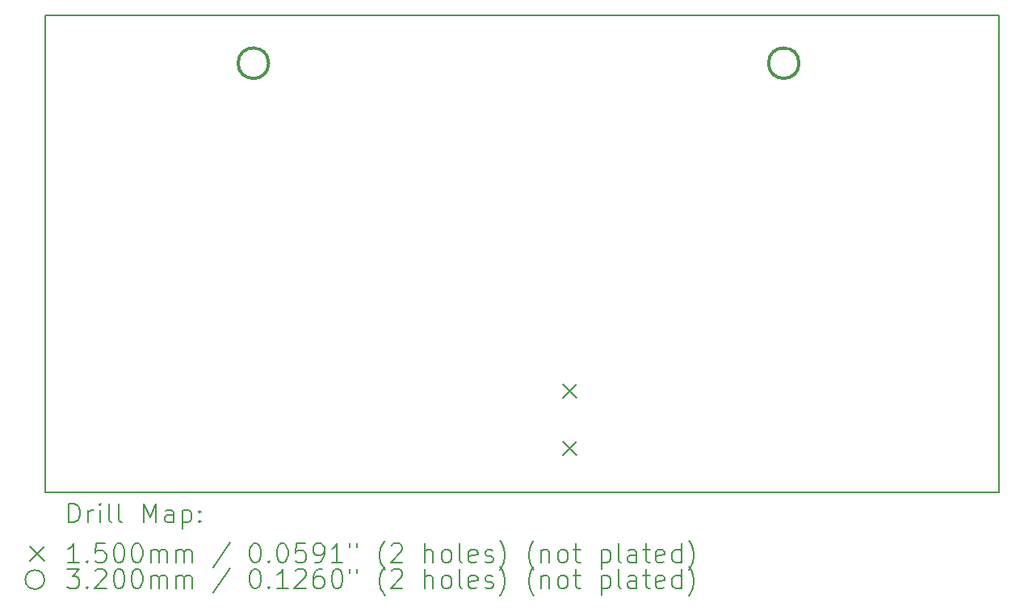
<source format=gbr>
%TF.GenerationSoftware,KiCad,Pcbnew,6.0.7+dfsg-1~bpo11+1*%
%TF.ProjectId,wiscale-mod,77697363-616c-4652-9d6d-6f642e6b6963,rev?*%
%TF.SameCoordinates,Original*%
%TF.FileFunction,Drillmap*%
%TF.FilePolarity,Positive*%
%FSLAX45Y45*%
G04 Gerber Fmt 4.5, Leading zero omitted, Abs format (unit mm)*
%MOMM*%
%LPD*%
G01*
G04 APERTURE LIST*
%ADD10C,0.150000*%
%ADD11C,0.200000*%
%ADD12C,0.320000*%
G04 APERTURE END LIST*
D10*
X20160000Y-7620000D02*
X10160000Y-7620000D01*
X10160000Y-12620000D02*
X20160000Y-12620000D01*
X20160000Y-12620000D02*
X20160000Y-7620000D01*
X10160000Y-7620000D02*
X10160000Y-12620000D01*
D11*
D10*
X15585000Y-11485000D02*
X15735000Y-11635000D01*
X15735000Y-11485000D02*
X15585000Y-11635000D01*
X15585000Y-12085000D02*
X15735000Y-12235000D01*
X15735000Y-12085000D02*
X15585000Y-12235000D01*
D12*
X12503000Y-8120000D02*
G75*
G03*
X12503000Y-8120000I-160000J0D01*
G01*
X18064000Y-8120000D02*
G75*
G03*
X18064000Y-8120000I-160000J0D01*
G01*
D11*
X10410119Y-12937976D02*
X10410119Y-12737976D01*
X10457738Y-12737976D01*
X10486310Y-12747500D01*
X10505357Y-12766548D01*
X10514881Y-12785595D01*
X10524405Y-12823690D01*
X10524405Y-12852262D01*
X10514881Y-12890357D01*
X10505357Y-12909405D01*
X10486310Y-12928452D01*
X10457738Y-12937976D01*
X10410119Y-12937976D01*
X10610119Y-12937976D02*
X10610119Y-12804643D01*
X10610119Y-12842738D02*
X10619643Y-12823690D01*
X10629167Y-12814167D01*
X10648214Y-12804643D01*
X10667262Y-12804643D01*
X10733929Y-12937976D02*
X10733929Y-12804643D01*
X10733929Y-12737976D02*
X10724405Y-12747500D01*
X10733929Y-12757024D01*
X10743452Y-12747500D01*
X10733929Y-12737976D01*
X10733929Y-12757024D01*
X10857738Y-12937976D02*
X10838690Y-12928452D01*
X10829167Y-12909405D01*
X10829167Y-12737976D01*
X10962500Y-12937976D02*
X10943452Y-12928452D01*
X10933929Y-12909405D01*
X10933929Y-12737976D01*
X11191071Y-12937976D02*
X11191071Y-12737976D01*
X11257738Y-12880833D01*
X11324405Y-12737976D01*
X11324405Y-12937976D01*
X11505357Y-12937976D02*
X11505357Y-12833214D01*
X11495833Y-12814167D01*
X11476786Y-12804643D01*
X11438690Y-12804643D01*
X11419643Y-12814167D01*
X11505357Y-12928452D02*
X11486309Y-12937976D01*
X11438690Y-12937976D01*
X11419643Y-12928452D01*
X11410119Y-12909405D01*
X11410119Y-12890357D01*
X11419643Y-12871309D01*
X11438690Y-12861786D01*
X11486309Y-12861786D01*
X11505357Y-12852262D01*
X11600595Y-12804643D02*
X11600595Y-13004643D01*
X11600595Y-12814167D02*
X11619643Y-12804643D01*
X11657738Y-12804643D01*
X11676786Y-12814167D01*
X11686309Y-12823690D01*
X11695833Y-12842738D01*
X11695833Y-12899881D01*
X11686309Y-12918928D01*
X11676786Y-12928452D01*
X11657738Y-12937976D01*
X11619643Y-12937976D01*
X11600595Y-12928452D01*
X11781548Y-12918928D02*
X11791071Y-12928452D01*
X11781548Y-12937976D01*
X11772024Y-12928452D01*
X11781548Y-12918928D01*
X11781548Y-12937976D01*
X11781548Y-12814167D02*
X11791071Y-12823690D01*
X11781548Y-12833214D01*
X11772024Y-12823690D01*
X11781548Y-12814167D01*
X11781548Y-12833214D01*
D10*
X10002500Y-13192500D02*
X10152500Y-13342500D01*
X10152500Y-13192500D02*
X10002500Y-13342500D01*
D11*
X10514881Y-13357976D02*
X10400595Y-13357976D01*
X10457738Y-13357976D02*
X10457738Y-13157976D01*
X10438690Y-13186548D01*
X10419643Y-13205595D01*
X10400595Y-13215119D01*
X10600595Y-13338928D02*
X10610119Y-13348452D01*
X10600595Y-13357976D01*
X10591071Y-13348452D01*
X10600595Y-13338928D01*
X10600595Y-13357976D01*
X10791071Y-13157976D02*
X10695833Y-13157976D01*
X10686310Y-13253214D01*
X10695833Y-13243690D01*
X10714881Y-13234167D01*
X10762500Y-13234167D01*
X10781548Y-13243690D01*
X10791071Y-13253214D01*
X10800595Y-13272262D01*
X10800595Y-13319881D01*
X10791071Y-13338928D01*
X10781548Y-13348452D01*
X10762500Y-13357976D01*
X10714881Y-13357976D01*
X10695833Y-13348452D01*
X10686310Y-13338928D01*
X10924405Y-13157976D02*
X10943452Y-13157976D01*
X10962500Y-13167500D01*
X10972024Y-13177024D01*
X10981548Y-13196071D01*
X10991071Y-13234167D01*
X10991071Y-13281786D01*
X10981548Y-13319881D01*
X10972024Y-13338928D01*
X10962500Y-13348452D01*
X10943452Y-13357976D01*
X10924405Y-13357976D01*
X10905357Y-13348452D01*
X10895833Y-13338928D01*
X10886310Y-13319881D01*
X10876786Y-13281786D01*
X10876786Y-13234167D01*
X10886310Y-13196071D01*
X10895833Y-13177024D01*
X10905357Y-13167500D01*
X10924405Y-13157976D01*
X11114881Y-13157976D02*
X11133929Y-13157976D01*
X11152976Y-13167500D01*
X11162500Y-13177024D01*
X11172024Y-13196071D01*
X11181548Y-13234167D01*
X11181548Y-13281786D01*
X11172024Y-13319881D01*
X11162500Y-13338928D01*
X11152976Y-13348452D01*
X11133929Y-13357976D01*
X11114881Y-13357976D01*
X11095833Y-13348452D01*
X11086310Y-13338928D01*
X11076786Y-13319881D01*
X11067262Y-13281786D01*
X11067262Y-13234167D01*
X11076786Y-13196071D01*
X11086310Y-13177024D01*
X11095833Y-13167500D01*
X11114881Y-13157976D01*
X11267262Y-13357976D02*
X11267262Y-13224643D01*
X11267262Y-13243690D02*
X11276786Y-13234167D01*
X11295833Y-13224643D01*
X11324405Y-13224643D01*
X11343452Y-13234167D01*
X11352976Y-13253214D01*
X11352976Y-13357976D01*
X11352976Y-13253214D02*
X11362500Y-13234167D01*
X11381548Y-13224643D01*
X11410119Y-13224643D01*
X11429167Y-13234167D01*
X11438690Y-13253214D01*
X11438690Y-13357976D01*
X11533928Y-13357976D02*
X11533928Y-13224643D01*
X11533928Y-13243690D02*
X11543452Y-13234167D01*
X11562500Y-13224643D01*
X11591071Y-13224643D01*
X11610119Y-13234167D01*
X11619643Y-13253214D01*
X11619643Y-13357976D01*
X11619643Y-13253214D02*
X11629167Y-13234167D01*
X11648214Y-13224643D01*
X11676786Y-13224643D01*
X11695833Y-13234167D01*
X11705357Y-13253214D01*
X11705357Y-13357976D01*
X12095833Y-13148452D02*
X11924405Y-13405595D01*
X12352976Y-13157976D02*
X12372024Y-13157976D01*
X12391071Y-13167500D01*
X12400595Y-13177024D01*
X12410119Y-13196071D01*
X12419643Y-13234167D01*
X12419643Y-13281786D01*
X12410119Y-13319881D01*
X12400595Y-13338928D01*
X12391071Y-13348452D01*
X12372024Y-13357976D01*
X12352976Y-13357976D01*
X12333928Y-13348452D01*
X12324405Y-13338928D01*
X12314881Y-13319881D01*
X12305357Y-13281786D01*
X12305357Y-13234167D01*
X12314881Y-13196071D01*
X12324405Y-13177024D01*
X12333928Y-13167500D01*
X12352976Y-13157976D01*
X12505357Y-13338928D02*
X12514881Y-13348452D01*
X12505357Y-13357976D01*
X12495833Y-13348452D01*
X12505357Y-13338928D01*
X12505357Y-13357976D01*
X12638690Y-13157976D02*
X12657738Y-13157976D01*
X12676786Y-13167500D01*
X12686309Y-13177024D01*
X12695833Y-13196071D01*
X12705357Y-13234167D01*
X12705357Y-13281786D01*
X12695833Y-13319881D01*
X12686309Y-13338928D01*
X12676786Y-13348452D01*
X12657738Y-13357976D01*
X12638690Y-13357976D01*
X12619643Y-13348452D01*
X12610119Y-13338928D01*
X12600595Y-13319881D01*
X12591071Y-13281786D01*
X12591071Y-13234167D01*
X12600595Y-13196071D01*
X12610119Y-13177024D01*
X12619643Y-13167500D01*
X12638690Y-13157976D01*
X12886309Y-13157976D02*
X12791071Y-13157976D01*
X12781548Y-13253214D01*
X12791071Y-13243690D01*
X12810119Y-13234167D01*
X12857738Y-13234167D01*
X12876786Y-13243690D01*
X12886309Y-13253214D01*
X12895833Y-13272262D01*
X12895833Y-13319881D01*
X12886309Y-13338928D01*
X12876786Y-13348452D01*
X12857738Y-13357976D01*
X12810119Y-13357976D01*
X12791071Y-13348452D01*
X12781548Y-13338928D01*
X12991071Y-13357976D02*
X13029167Y-13357976D01*
X13048214Y-13348452D01*
X13057738Y-13338928D01*
X13076786Y-13310357D01*
X13086309Y-13272262D01*
X13086309Y-13196071D01*
X13076786Y-13177024D01*
X13067262Y-13167500D01*
X13048214Y-13157976D01*
X13010119Y-13157976D01*
X12991071Y-13167500D01*
X12981548Y-13177024D01*
X12972024Y-13196071D01*
X12972024Y-13243690D01*
X12981548Y-13262738D01*
X12991071Y-13272262D01*
X13010119Y-13281786D01*
X13048214Y-13281786D01*
X13067262Y-13272262D01*
X13076786Y-13262738D01*
X13086309Y-13243690D01*
X13276786Y-13357976D02*
X13162500Y-13357976D01*
X13219643Y-13357976D02*
X13219643Y-13157976D01*
X13200595Y-13186548D01*
X13181548Y-13205595D01*
X13162500Y-13215119D01*
X13352976Y-13157976D02*
X13352976Y-13196071D01*
X13429167Y-13157976D02*
X13429167Y-13196071D01*
X13724405Y-13434167D02*
X13714881Y-13424643D01*
X13695833Y-13396071D01*
X13686309Y-13377024D01*
X13676786Y-13348452D01*
X13667262Y-13300833D01*
X13667262Y-13262738D01*
X13676786Y-13215119D01*
X13686309Y-13186548D01*
X13695833Y-13167500D01*
X13714881Y-13138928D01*
X13724405Y-13129405D01*
X13791071Y-13177024D02*
X13800595Y-13167500D01*
X13819643Y-13157976D01*
X13867262Y-13157976D01*
X13886309Y-13167500D01*
X13895833Y-13177024D01*
X13905357Y-13196071D01*
X13905357Y-13215119D01*
X13895833Y-13243690D01*
X13781548Y-13357976D01*
X13905357Y-13357976D01*
X14143452Y-13357976D02*
X14143452Y-13157976D01*
X14229167Y-13357976D02*
X14229167Y-13253214D01*
X14219643Y-13234167D01*
X14200595Y-13224643D01*
X14172024Y-13224643D01*
X14152976Y-13234167D01*
X14143452Y-13243690D01*
X14352976Y-13357976D02*
X14333928Y-13348452D01*
X14324405Y-13338928D01*
X14314881Y-13319881D01*
X14314881Y-13262738D01*
X14324405Y-13243690D01*
X14333928Y-13234167D01*
X14352976Y-13224643D01*
X14381548Y-13224643D01*
X14400595Y-13234167D01*
X14410119Y-13243690D01*
X14419643Y-13262738D01*
X14419643Y-13319881D01*
X14410119Y-13338928D01*
X14400595Y-13348452D01*
X14381548Y-13357976D01*
X14352976Y-13357976D01*
X14533928Y-13357976D02*
X14514881Y-13348452D01*
X14505357Y-13329405D01*
X14505357Y-13157976D01*
X14686309Y-13348452D02*
X14667262Y-13357976D01*
X14629167Y-13357976D01*
X14610119Y-13348452D01*
X14600595Y-13329405D01*
X14600595Y-13253214D01*
X14610119Y-13234167D01*
X14629167Y-13224643D01*
X14667262Y-13224643D01*
X14686309Y-13234167D01*
X14695833Y-13253214D01*
X14695833Y-13272262D01*
X14600595Y-13291309D01*
X14772024Y-13348452D02*
X14791071Y-13357976D01*
X14829167Y-13357976D01*
X14848214Y-13348452D01*
X14857738Y-13329405D01*
X14857738Y-13319881D01*
X14848214Y-13300833D01*
X14829167Y-13291309D01*
X14800595Y-13291309D01*
X14781548Y-13281786D01*
X14772024Y-13262738D01*
X14772024Y-13253214D01*
X14781548Y-13234167D01*
X14800595Y-13224643D01*
X14829167Y-13224643D01*
X14848214Y-13234167D01*
X14924405Y-13434167D02*
X14933928Y-13424643D01*
X14952976Y-13396071D01*
X14962500Y-13377024D01*
X14972024Y-13348452D01*
X14981548Y-13300833D01*
X14981548Y-13262738D01*
X14972024Y-13215119D01*
X14962500Y-13186548D01*
X14952976Y-13167500D01*
X14933928Y-13138928D01*
X14924405Y-13129405D01*
X15286309Y-13434167D02*
X15276786Y-13424643D01*
X15257738Y-13396071D01*
X15248214Y-13377024D01*
X15238690Y-13348452D01*
X15229167Y-13300833D01*
X15229167Y-13262738D01*
X15238690Y-13215119D01*
X15248214Y-13186548D01*
X15257738Y-13167500D01*
X15276786Y-13138928D01*
X15286309Y-13129405D01*
X15362500Y-13224643D02*
X15362500Y-13357976D01*
X15362500Y-13243690D02*
X15372024Y-13234167D01*
X15391071Y-13224643D01*
X15419643Y-13224643D01*
X15438690Y-13234167D01*
X15448214Y-13253214D01*
X15448214Y-13357976D01*
X15572024Y-13357976D02*
X15552976Y-13348452D01*
X15543452Y-13338928D01*
X15533928Y-13319881D01*
X15533928Y-13262738D01*
X15543452Y-13243690D01*
X15552976Y-13234167D01*
X15572024Y-13224643D01*
X15600595Y-13224643D01*
X15619643Y-13234167D01*
X15629167Y-13243690D01*
X15638690Y-13262738D01*
X15638690Y-13319881D01*
X15629167Y-13338928D01*
X15619643Y-13348452D01*
X15600595Y-13357976D01*
X15572024Y-13357976D01*
X15695833Y-13224643D02*
X15772024Y-13224643D01*
X15724405Y-13157976D02*
X15724405Y-13329405D01*
X15733928Y-13348452D01*
X15752976Y-13357976D01*
X15772024Y-13357976D01*
X15991071Y-13224643D02*
X15991071Y-13424643D01*
X15991071Y-13234167D02*
X16010119Y-13224643D01*
X16048214Y-13224643D01*
X16067262Y-13234167D01*
X16076786Y-13243690D01*
X16086309Y-13262738D01*
X16086309Y-13319881D01*
X16076786Y-13338928D01*
X16067262Y-13348452D01*
X16048214Y-13357976D01*
X16010119Y-13357976D01*
X15991071Y-13348452D01*
X16200595Y-13357976D02*
X16181548Y-13348452D01*
X16172024Y-13329405D01*
X16172024Y-13157976D01*
X16362500Y-13357976D02*
X16362500Y-13253214D01*
X16352976Y-13234167D01*
X16333928Y-13224643D01*
X16295833Y-13224643D01*
X16276786Y-13234167D01*
X16362500Y-13348452D02*
X16343452Y-13357976D01*
X16295833Y-13357976D01*
X16276786Y-13348452D01*
X16267262Y-13329405D01*
X16267262Y-13310357D01*
X16276786Y-13291309D01*
X16295833Y-13281786D01*
X16343452Y-13281786D01*
X16362500Y-13272262D01*
X16429167Y-13224643D02*
X16505357Y-13224643D01*
X16457738Y-13157976D02*
X16457738Y-13329405D01*
X16467262Y-13348452D01*
X16486309Y-13357976D01*
X16505357Y-13357976D01*
X16648214Y-13348452D02*
X16629167Y-13357976D01*
X16591071Y-13357976D01*
X16572024Y-13348452D01*
X16562500Y-13329405D01*
X16562500Y-13253214D01*
X16572024Y-13234167D01*
X16591071Y-13224643D01*
X16629167Y-13224643D01*
X16648214Y-13234167D01*
X16657738Y-13253214D01*
X16657738Y-13272262D01*
X16562500Y-13291309D01*
X16829167Y-13357976D02*
X16829167Y-13157976D01*
X16829167Y-13348452D02*
X16810119Y-13357976D01*
X16772024Y-13357976D01*
X16752976Y-13348452D01*
X16743452Y-13338928D01*
X16733928Y-13319881D01*
X16733928Y-13262738D01*
X16743452Y-13243690D01*
X16752976Y-13234167D01*
X16772024Y-13224643D01*
X16810119Y-13224643D01*
X16829167Y-13234167D01*
X16905357Y-13434167D02*
X16914881Y-13424643D01*
X16933929Y-13396071D01*
X16943452Y-13377024D01*
X16952976Y-13348452D01*
X16962500Y-13300833D01*
X16962500Y-13262738D01*
X16952976Y-13215119D01*
X16943452Y-13186548D01*
X16933929Y-13167500D01*
X16914881Y-13138928D01*
X16905357Y-13129405D01*
X10152500Y-13537500D02*
G75*
G03*
X10152500Y-13537500I-100000J0D01*
G01*
X10391071Y-13427976D02*
X10514881Y-13427976D01*
X10448214Y-13504167D01*
X10476786Y-13504167D01*
X10495833Y-13513690D01*
X10505357Y-13523214D01*
X10514881Y-13542262D01*
X10514881Y-13589881D01*
X10505357Y-13608928D01*
X10495833Y-13618452D01*
X10476786Y-13627976D01*
X10419643Y-13627976D01*
X10400595Y-13618452D01*
X10391071Y-13608928D01*
X10600595Y-13608928D02*
X10610119Y-13618452D01*
X10600595Y-13627976D01*
X10591071Y-13618452D01*
X10600595Y-13608928D01*
X10600595Y-13627976D01*
X10686310Y-13447024D02*
X10695833Y-13437500D01*
X10714881Y-13427976D01*
X10762500Y-13427976D01*
X10781548Y-13437500D01*
X10791071Y-13447024D01*
X10800595Y-13466071D01*
X10800595Y-13485119D01*
X10791071Y-13513690D01*
X10676786Y-13627976D01*
X10800595Y-13627976D01*
X10924405Y-13427976D02*
X10943452Y-13427976D01*
X10962500Y-13437500D01*
X10972024Y-13447024D01*
X10981548Y-13466071D01*
X10991071Y-13504167D01*
X10991071Y-13551786D01*
X10981548Y-13589881D01*
X10972024Y-13608928D01*
X10962500Y-13618452D01*
X10943452Y-13627976D01*
X10924405Y-13627976D01*
X10905357Y-13618452D01*
X10895833Y-13608928D01*
X10886310Y-13589881D01*
X10876786Y-13551786D01*
X10876786Y-13504167D01*
X10886310Y-13466071D01*
X10895833Y-13447024D01*
X10905357Y-13437500D01*
X10924405Y-13427976D01*
X11114881Y-13427976D02*
X11133929Y-13427976D01*
X11152976Y-13437500D01*
X11162500Y-13447024D01*
X11172024Y-13466071D01*
X11181548Y-13504167D01*
X11181548Y-13551786D01*
X11172024Y-13589881D01*
X11162500Y-13608928D01*
X11152976Y-13618452D01*
X11133929Y-13627976D01*
X11114881Y-13627976D01*
X11095833Y-13618452D01*
X11086310Y-13608928D01*
X11076786Y-13589881D01*
X11067262Y-13551786D01*
X11067262Y-13504167D01*
X11076786Y-13466071D01*
X11086310Y-13447024D01*
X11095833Y-13437500D01*
X11114881Y-13427976D01*
X11267262Y-13627976D02*
X11267262Y-13494643D01*
X11267262Y-13513690D02*
X11276786Y-13504167D01*
X11295833Y-13494643D01*
X11324405Y-13494643D01*
X11343452Y-13504167D01*
X11352976Y-13523214D01*
X11352976Y-13627976D01*
X11352976Y-13523214D02*
X11362500Y-13504167D01*
X11381548Y-13494643D01*
X11410119Y-13494643D01*
X11429167Y-13504167D01*
X11438690Y-13523214D01*
X11438690Y-13627976D01*
X11533928Y-13627976D02*
X11533928Y-13494643D01*
X11533928Y-13513690D02*
X11543452Y-13504167D01*
X11562500Y-13494643D01*
X11591071Y-13494643D01*
X11610119Y-13504167D01*
X11619643Y-13523214D01*
X11619643Y-13627976D01*
X11619643Y-13523214D02*
X11629167Y-13504167D01*
X11648214Y-13494643D01*
X11676786Y-13494643D01*
X11695833Y-13504167D01*
X11705357Y-13523214D01*
X11705357Y-13627976D01*
X12095833Y-13418452D02*
X11924405Y-13675595D01*
X12352976Y-13427976D02*
X12372024Y-13427976D01*
X12391071Y-13437500D01*
X12400595Y-13447024D01*
X12410119Y-13466071D01*
X12419643Y-13504167D01*
X12419643Y-13551786D01*
X12410119Y-13589881D01*
X12400595Y-13608928D01*
X12391071Y-13618452D01*
X12372024Y-13627976D01*
X12352976Y-13627976D01*
X12333928Y-13618452D01*
X12324405Y-13608928D01*
X12314881Y-13589881D01*
X12305357Y-13551786D01*
X12305357Y-13504167D01*
X12314881Y-13466071D01*
X12324405Y-13447024D01*
X12333928Y-13437500D01*
X12352976Y-13427976D01*
X12505357Y-13608928D02*
X12514881Y-13618452D01*
X12505357Y-13627976D01*
X12495833Y-13618452D01*
X12505357Y-13608928D01*
X12505357Y-13627976D01*
X12705357Y-13627976D02*
X12591071Y-13627976D01*
X12648214Y-13627976D02*
X12648214Y-13427976D01*
X12629167Y-13456548D01*
X12610119Y-13475595D01*
X12591071Y-13485119D01*
X12781548Y-13447024D02*
X12791071Y-13437500D01*
X12810119Y-13427976D01*
X12857738Y-13427976D01*
X12876786Y-13437500D01*
X12886309Y-13447024D01*
X12895833Y-13466071D01*
X12895833Y-13485119D01*
X12886309Y-13513690D01*
X12772024Y-13627976D01*
X12895833Y-13627976D01*
X13067262Y-13427976D02*
X13029167Y-13427976D01*
X13010119Y-13437500D01*
X13000595Y-13447024D01*
X12981548Y-13475595D01*
X12972024Y-13513690D01*
X12972024Y-13589881D01*
X12981548Y-13608928D01*
X12991071Y-13618452D01*
X13010119Y-13627976D01*
X13048214Y-13627976D01*
X13067262Y-13618452D01*
X13076786Y-13608928D01*
X13086309Y-13589881D01*
X13086309Y-13542262D01*
X13076786Y-13523214D01*
X13067262Y-13513690D01*
X13048214Y-13504167D01*
X13010119Y-13504167D01*
X12991071Y-13513690D01*
X12981548Y-13523214D01*
X12972024Y-13542262D01*
X13210119Y-13427976D02*
X13229167Y-13427976D01*
X13248214Y-13437500D01*
X13257738Y-13447024D01*
X13267262Y-13466071D01*
X13276786Y-13504167D01*
X13276786Y-13551786D01*
X13267262Y-13589881D01*
X13257738Y-13608928D01*
X13248214Y-13618452D01*
X13229167Y-13627976D01*
X13210119Y-13627976D01*
X13191071Y-13618452D01*
X13181548Y-13608928D01*
X13172024Y-13589881D01*
X13162500Y-13551786D01*
X13162500Y-13504167D01*
X13172024Y-13466071D01*
X13181548Y-13447024D01*
X13191071Y-13437500D01*
X13210119Y-13427976D01*
X13352976Y-13427976D02*
X13352976Y-13466071D01*
X13429167Y-13427976D02*
X13429167Y-13466071D01*
X13724405Y-13704167D02*
X13714881Y-13694643D01*
X13695833Y-13666071D01*
X13686309Y-13647024D01*
X13676786Y-13618452D01*
X13667262Y-13570833D01*
X13667262Y-13532738D01*
X13676786Y-13485119D01*
X13686309Y-13456548D01*
X13695833Y-13437500D01*
X13714881Y-13408928D01*
X13724405Y-13399405D01*
X13791071Y-13447024D02*
X13800595Y-13437500D01*
X13819643Y-13427976D01*
X13867262Y-13427976D01*
X13886309Y-13437500D01*
X13895833Y-13447024D01*
X13905357Y-13466071D01*
X13905357Y-13485119D01*
X13895833Y-13513690D01*
X13781548Y-13627976D01*
X13905357Y-13627976D01*
X14143452Y-13627976D02*
X14143452Y-13427976D01*
X14229167Y-13627976D02*
X14229167Y-13523214D01*
X14219643Y-13504167D01*
X14200595Y-13494643D01*
X14172024Y-13494643D01*
X14152976Y-13504167D01*
X14143452Y-13513690D01*
X14352976Y-13627976D02*
X14333928Y-13618452D01*
X14324405Y-13608928D01*
X14314881Y-13589881D01*
X14314881Y-13532738D01*
X14324405Y-13513690D01*
X14333928Y-13504167D01*
X14352976Y-13494643D01*
X14381548Y-13494643D01*
X14400595Y-13504167D01*
X14410119Y-13513690D01*
X14419643Y-13532738D01*
X14419643Y-13589881D01*
X14410119Y-13608928D01*
X14400595Y-13618452D01*
X14381548Y-13627976D01*
X14352976Y-13627976D01*
X14533928Y-13627976D02*
X14514881Y-13618452D01*
X14505357Y-13599405D01*
X14505357Y-13427976D01*
X14686309Y-13618452D02*
X14667262Y-13627976D01*
X14629167Y-13627976D01*
X14610119Y-13618452D01*
X14600595Y-13599405D01*
X14600595Y-13523214D01*
X14610119Y-13504167D01*
X14629167Y-13494643D01*
X14667262Y-13494643D01*
X14686309Y-13504167D01*
X14695833Y-13523214D01*
X14695833Y-13542262D01*
X14600595Y-13561309D01*
X14772024Y-13618452D02*
X14791071Y-13627976D01*
X14829167Y-13627976D01*
X14848214Y-13618452D01*
X14857738Y-13599405D01*
X14857738Y-13589881D01*
X14848214Y-13570833D01*
X14829167Y-13561309D01*
X14800595Y-13561309D01*
X14781548Y-13551786D01*
X14772024Y-13532738D01*
X14772024Y-13523214D01*
X14781548Y-13504167D01*
X14800595Y-13494643D01*
X14829167Y-13494643D01*
X14848214Y-13504167D01*
X14924405Y-13704167D02*
X14933928Y-13694643D01*
X14952976Y-13666071D01*
X14962500Y-13647024D01*
X14972024Y-13618452D01*
X14981548Y-13570833D01*
X14981548Y-13532738D01*
X14972024Y-13485119D01*
X14962500Y-13456548D01*
X14952976Y-13437500D01*
X14933928Y-13408928D01*
X14924405Y-13399405D01*
X15286309Y-13704167D02*
X15276786Y-13694643D01*
X15257738Y-13666071D01*
X15248214Y-13647024D01*
X15238690Y-13618452D01*
X15229167Y-13570833D01*
X15229167Y-13532738D01*
X15238690Y-13485119D01*
X15248214Y-13456548D01*
X15257738Y-13437500D01*
X15276786Y-13408928D01*
X15286309Y-13399405D01*
X15362500Y-13494643D02*
X15362500Y-13627976D01*
X15362500Y-13513690D02*
X15372024Y-13504167D01*
X15391071Y-13494643D01*
X15419643Y-13494643D01*
X15438690Y-13504167D01*
X15448214Y-13523214D01*
X15448214Y-13627976D01*
X15572024Y-13627976D02*
X15552976Y-13618452D01*
X15543452Y-13608928D01*
X15533928Y-13589881D01*
X15533928Y-13532738D01*
X15543452Y-13513690D01*
X15552976Y-13504167D01*
X15572024Y-13494643D01*
X15600595Y-13494643D01*
X15619643Y-13504167D01*
X15629167Y-13513690D01*
X15638690Y-13532738D01*
X15638690Y-13589881D01*
X15629167Y-13608928D01*
X15619643Y-13618452D01*
X15600595Y-13627976D01*
X15572024Y-13627976D01*
X15695833Y-13494643D02*
X15772024Y-13494643D01*
X15724405Y-13427976D02*
X15724405Y-13599405D01*
X15733928Y-13618452D01*
X15752976Y-13627976D01*
X15772024Y-13627976D01*
X15991071Y-13494643D02*
X15991071Y-13694643D01*
X15991071Y-13504167D02*
X16010119Y-13494643D01*
X16048214Y-13494643D01*
X16067262Y-13504167D01*
X16076786Y-13513690D01*
X16086309Y-13532738D01*
X16086309Y-13589881D01*
X16076786Y-13608928D01*
X16067262Y-13618452D01*
X16048214Y-13627976D01*
X16010119Y-13627976D01*
X15991071Y-13618452D01*
X16200595Y-13627976D02*
X16181548Y-13618452D01*
X16172024Y-13599405D01*
X16172024Y-13427976D01*
X16362500Y-13627976D02*
X16362500Y-13523214D01*
X16352976Y-13504167D01*
X16333928Y-13494643D01*
X16295833Y-13494643D01*
X16276786Y-13504167D01*
X16362500Y-13618452D02*
X16343452Y-13627976D01*
X16295833Y-13627976D01*
X16276786Y-13618452D01*
X16267262Y-13599405D01*
X16267262Y-13580357D01*
X16276786Y-13561309D01*
X16295833Y-13551786D01*
X16343452Y-13551786D01*
X16362500Y-13542262D01*
X16429167Y-13494643D02*
X16505357Y-13494643D01*
X16457738Y-13427976D02*
X16457738Y-13599405D01*
X16467262Y-13618452D01*
X16486309Y-13627976D01*
X16505357Y-13627976D01*
X16648214Y-13618452D02*
X16629167Y-13627976D01*
X16591071Y-13627976D01*
X16572024Y-13618452D01*
X16562500Y-13599405D01*
X16562500Y-13523214D01*
X16572024Y-13504167D01*
X16591071Y-13494643D01*
X16629167Y-13494643D01*
X16648214Y-13504167D01*
X16657738Y-13523214D01*
X16657738Y-13542262D01*
X16562500Y-13561309D01*
X16829167Y-13627976D02*
X16829167Y-13427976D01*
X16829167Y-13618452D02*
X16810119Y-13627976D01*
X16772024Y-13627976D01*
X16752976Y-13618452D01*
X16743452Y-13608928D01*
X16733928Y-13589881D01*
X16733928Y-13532738D01*
X16743452Y-13513690D01*
X16752976Y-13504167D01*
X16772024Y-13494643D01*
X16810119Y-13494643D01*
X16829167Y-13504167D01*
X16905357Y-13704167D02*
X16914881Y-13694643D01*
X16933929Y-13666071D01*
X16943452Y-13647024D01*
X16952976Y-13618452D01*
X16962500Y-13570833D01*
X16962500Y-13532738D01*
X16952976Y-13485119D01*
X16943452Y-13456548D01*
X16933929Y-13437500D01*
X16914881Y-13408928D01*
X16905357Y-13399405D01*
M02*

</source>
